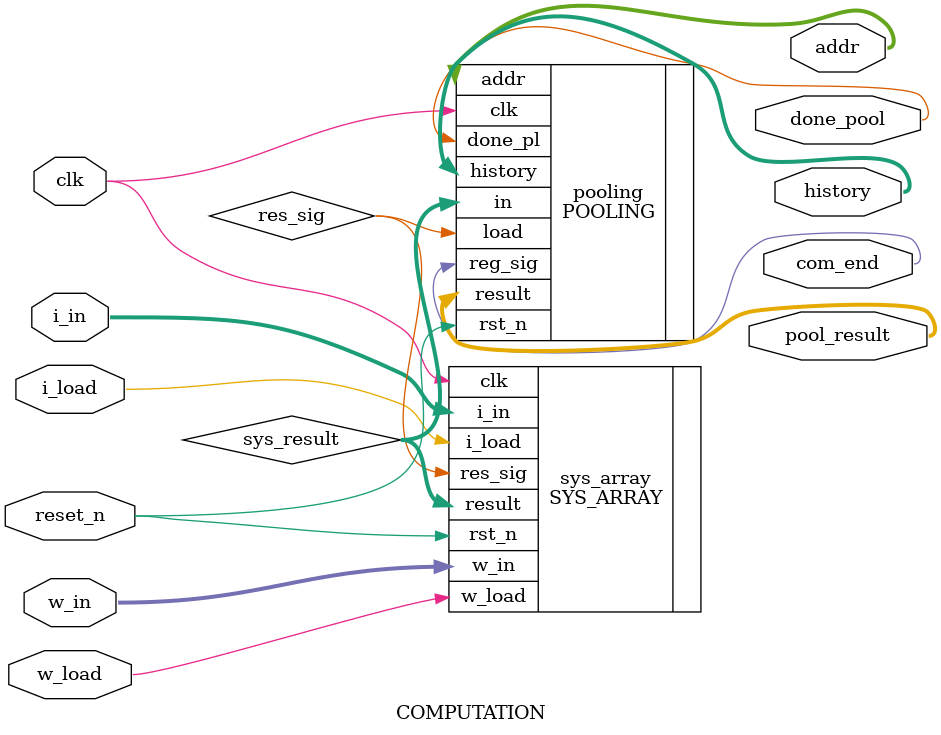
<source format=v>
module COMPUTATION #(
parameter FRT = 6'd14,
parameter PAD = 6'd2)(
input clk,
input reset_n,
input i_load,
input w_load,
input signed [15:0] i_in,
input signed [15:0] w_in,

output [15:0] pool_result,
output [15:0] addr,
output [1:0] history,
output com_end,
output done_pool
);

parameter SIZE = FRT + PAD;

wire signed [15:0] sys_result;
wire res_sig;

SYS_ARRAY #(
.SIZE(SIZE)) sys_array(
.clk(clk),
.rst_n(reset_n),
.i_load(i_load),
.w_load(w_load),
.i_in(i_in),
.w_in(w_in),

.result(sys_result),
.res_sig(res_sig)
);

POOLING #(
.SIZE((SIZE-2)/2)) pooling(
.clk(clk),
.rst_n(reset_n),
.load(res_sig),
.in(sys_result),

.result(pool_result),
.addr(addr),
.history(history),
.reg_sig(com_end),
.done_pl(done_pool)
);

endmodule
</source>
